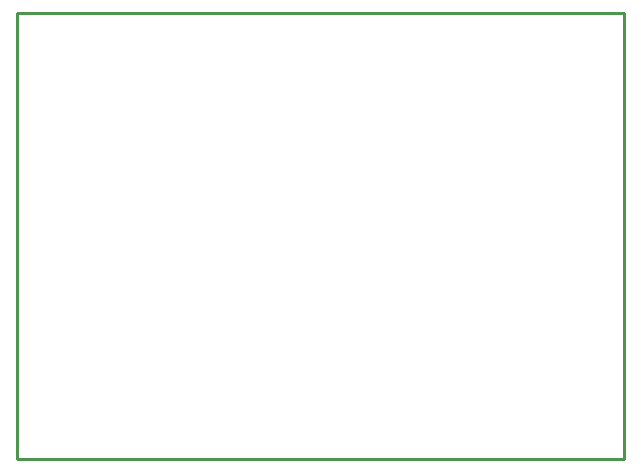
<source format=gm1>
G04*
G04 #@! TF.GenerationSoftware,Altium Limited,Altium Designer,18.1.7 (191)*
G04*
G04 Layer_Color=16711935*
%FSLAX25Y25*%
%MOIN*%
G70*
G01*
G75*
%ADD12C,0.01000*%
D12*
X63779Y100787D02*
Y249606D01*
X266142D01*
Y100787D02*
Y249606D01*
X63779Y100787D02*
X266142D01*
M02*

</source>
